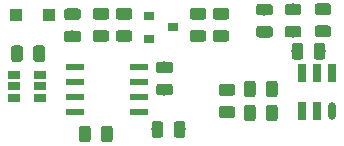
<source format=gbr>
G04 #@! TF.GenerationSoftware,KiCad,Pcbnew,5.0.2-bee76a0~70~ubuntu18.04.1*
G04 #@! TF.CreationDate,2020-03-17T18:57:39-04:00*
G04 #@! TF.ProjectId,ESP-AHT10-Extra,4553502d-4148-4543-9130-2d4578747261,1.4*
G04 #@! TF.SameCoordinates,PX7bfa480PY66c2270*
G04 #@! TF.FileFunction,Paste,Bot*
G04 #@! TF.FilePolarity,Positive*
%FSLAX46Y46*%
G04 Gerber Fmt 4.6, Leading zero omitted, Abs format (unit mm)*
G04 Created by KiCad (PCBNEW 5.0.2-bee76a0~70~ubuntu18.04.1) date Tue 17 Mar 2020 06:57:39 PM EDT*
%MOMM*%
%LPD*%
G01*
G04 APERTURE LIST*
%ADD10C,0.050000*%
%ADD11C,0.975000*%
%ADD12R,1.550000X0.600000*%
%ADD13O,0.650000X1.500000*%
%ADD14R,0.650000X1.500000*%
%ADD15R,1.060000X0.650000*%
%ADD16R,1.100000X1.100000*%
%ADD17R,0.900000X0.800000*%
G04 APERTURE END LIST*
D10*
G04 #@! TO.C,F1*
G36*
X15641142Y15636326D02*
X15664803Y15632816D01*
X15688007Y15627004D01*
X15710529Y15618946D01*
X15732153Y15608718D01*
X15752670Y15596421D01*
X15771883Y15582171D01*
X15789607Y15566107D01*
X15805671Y15548383D01*
X15819921Y15529170D01*
X15832218Y15508653D01*
X15842446Y15487029D01*
X15850504Y15464507D01*
X15856316Y15441303D01*
X15859826Y15417642D01*
X15861000Y15393750D01*
X15861000Y14906250D01*
X15859826Y14882358D01*
X15856316Y14858697D01*
X15850504Y14835493D01*
X15842446Y14812971D01*
X15832218Y14791347D01*
X15819921Y14770830D01*
X15805671Y14751617D01*
X15789607Y14733893D01*
X15771883Y14717829D01*
X15752670Y14703579D01*
X15732153Y14691282D01*
X15710529Y14681054D01*
X15688007Y14672996D01*
X15664803Y14667184D01*
X15641142Y14663674D01*
X15617250Y14662500D01*
X14704750Y14662500D01*
X14680858Y14663674D01*
X14657197Y14667184D01*
X14633993Y14672996D01*
X14611471Y14681054D01*
X14589847Y14691282D01*
X14569330Y14703579D01*
X14550117Y14717829D01*
X14532393Y14733893D01*
X14516329Y14751617D01*
X14502079Y14770830D01*
X14489782Y14791347D01*
X14479554Y14812971D01*
X14471496Y14835493D01*
X14465684Y14858697D01*
X14462174Y14882358D01*
X14461000Y14906250D01*
X14461000Y15393750D01*
X14462174Y15417642D01*
X14465684Y15441303D01*
X14471496Y15464507D01*
X14479554Y15487029D01*
X14489782Y15508653D01*
X14502079Y15529170D01*
X14516329Y15548383D01*
X14532393Y15566107D01*
X14550117Y15582171D01*
X14569330Y15596421D01*
X14589847Y15608718D01*
X14611471Y15618946D01*
X14633993Y15627004D01*
X14657197Y15632816D01*
X14680858Y15636326D01*
X14704750Y15637500D01*
X15617250Y15637500D01*
X15641142Y15636326D01*
X15641142Y15636326D01*
G37*
D11*
X15161000Y15150000D03*
D10*
G36*
X15641142Y13761326D02*
X15664803Y13757816D01*
X15688007Y13752004D01*
X15710529Y13743946D01*
X15732153Y13733718D01*
X15752670Y13721421D01*
X15771883Y13707171D01*
X15789607Y13691107D01*
X15805671Y13673383D01*
X15819921Y13654170D01*
X15832218Y13633653D01*
X15842446Y13612029D01*
X15850504Y13589507D01*
X15856316Y13566303D01*
X15859826Y13542642D01*
X15861000Y13518750D01*
X15861000Y13031250D01*
X15859826Y13007358D01*
X15856316Y12983697D01*
X15850504Y12960493D01*
X15842446Y12937971D01*
X15832218Y12916347D01*
X15819921Y12895830D01*
X15805671Y12876617D01*
X15789607Y12858893D01*
X15771883Y12842829D01*
X15752670Y12828579D01*
X15732153Y12816282D01*
X15710529Y12806054D01*
X15688007Y12797996D01*
X15664803Y12792184D01*
X15641142Y12788674D01*
X15617250Y12787500D01*
X14704750Y12787500D01*
X14680858Y12788674D01*
X14657197Y12792184D01*
X14633993Y12797996D01*
X14611471Y12806054D01*
X14589847Y12816282D01*
X14569330Y12828579D01*
X14550117Y12842829D01*
X14532393Y12858893D01*
X14516329Y12876617D01*
X14502079Y12895830D01*
X14489782Y12916347D01*
X14479554Y12937971D01*
X14471496Y12960493D01*
X14465684Y12983697D01*
X14462174Y13007358D01*
X14461000Y13031250D01*
X14461000Y13518750D01*
X14462174Y13542642D01*
X14465684Y13566303D01*
X14471496Y13589507D01*
X14479554Y13612029D01*
X14489782Y13633653D01*
X14502079Y13654170D01*
X14516329Y13673383D01*
X14532393Y13691107D01*
X14550117Y13707171D01*
X14569330Y13721421D01*
X14589847Y13733718D01*
X14611471Y13743946D01*
X14633993Y13752004D01*
X14657197Y13757816D01*
X14680858Y13761326D01*
X14704750Y13762500D01*
X15617250Y13762500D01*
X15641142Y13761326D01*
X15641142Y13761326D01*
G37*
D11*
X15161000Y13275000D03*
G04 #@! TD*
D12*
G04 #@! TO.C,U1*
X15359217Y6832626D03*
X15359217Y8102626D03*
X15359217Y9372626D03*
X15359217Y10642626D03*
X20759217Y10642626D03*
X20759217Y9372626D03*
X20759217Y8102626D03*
X20759217Y6832626D03*
G04 #@! TD*
D13*
G04 #@! TO.C,U4*
X37125703Y6941380D03*
D14*
X35855703Y6941380D03*
X34585703Y6941380D03*
X34585703Y10141380D03*
X35855703Y10141380D03*
X37125703Y10141380D03*
G04 #@! TD*
D15*
G04 #@! TO.C,U5*
X10250000Y8075000D03*
X10250000Y9025000D03*
X10250000Y9975000D03*
X12450000Y9975000D03*
X12450000Y8075000D03*
X12450000Y9025000D03*
G04 #@! TD*
D10*
G04 #@! TO.C,C1*
G36*
X26256142Y13790206D02*
X26279803Y13786696D01*
X26303007Y13780884D01*
X26325529Y13772826D01*
X26347153Y13762598D01*
X26367670Y13750301D01*
X26386883Y13736051D01*
X26404607Y13719987D01*
X26420671Y13702263D01*
X26434921Y13683050D01*
X26447218Y13662533D01*
X26457446Y13640909D01*
X26465504Y13618387D01*
X26471316Y13595183D01*
X26474826Y13571522D01*
X26476000Y13547630D01*
X26476000Y13060130D01*
X26474826Y13036238D01*
X26471316Y13012577D01*
X26465504Y12989373D01*
X26457446Y12966851D01*
X26447218Y12945227D01*
X26434921Y12924710D01*
X26420671Y12905497D01*
X26404607Y12887773D01*
X26386883Y12871709D01*
X26367670Y12857459D01*
X26347153Y12845162D01*
X26325529Y12834934D01*
X26303007Y12826876D01*
X26279803Y12821064D01*
X26256142Y12817554D01*
X26232250Y12816380D01*
X25319750Y12816380D01*
X25295858Y12817554D01*
X25272197Y12821064D01*
X25248993Y12826876D01*
X25226471Y12834934D01*
X25204847Y12845162D01*
X25184330Y12857459D01*
X25165117Y12871709D01*
X25147393Y12887773D01*
X25131329Y12905497D01*
X25117079Y12924710D01*
X25104782Y12945227D01*
X25094554Y12966851D01*
X25086496Y12989373D01*
X25080684Y13012577D01*
X25077174Y13036238D01*
X25076000Y13060130D01*
X25076000Y13547630D01*
X25077174Y13571522D01*
X25080684Y13595183D01*
X25086496Y13618387D01*
X25094554Y13640909D01*
X25104782Y13662533D01*
X25117079Y13683050D01*
X25131329Y13702263D01*
X25147393Y13719987D01*
X25165117Y13736051D01*
X25184330Y13750301D01*
X25204847Y13762598D01*
X25226471Y13772826D01*
X25248993Y13780884D01*
X25272197Y13786696D01*
X25295858Y13790206D01*
X25319750Y13791380D01*
X26232250Y13791380D01*
X26256142Y13790206D01*
X26256142Y13790206D01*
G37*
D11*
X25776000Y13303880D03*
D10*
G36*
X26256142Y15665206D02*
X26279803Y15661696D01*
X26303007Y15655884D01*
X26325529Y15647826D01*
X26347153Y15637598D01*
X26367670Y15625301D01*
X26386883Y15611051D01*
X26404607Y15594987D01*
X26420671Y15577263D01*
X26434921Y15558050D01*
X26447218Y15537533D01*
X26457446Y15515909D01*
X26465504Y15493387D01*
X26471316Y15470183D01*
X26474826Y15446522D01*
X26476000Y15422630D01*
X26476000Y14935130D01*
X26474826Y14911238D01*
X26471316Y14887577D01*
X26465504Y14864373D01*
X26457446Y14841851D01*
X26447218Y14820227D01*
X26434921Y14799710D01*
X26420671Y14780497D01*
X26404607Y14762773D01*
X26386883Y14746709D01*
X26367670Y14732459D01*
X26347153Y14720162D01*
X26325529Y14709934D01*
X26303007Y14701876D01*
X26279803Y14696064D01*
X26256142Y14692554D01*
X26232250Y14691380D01*
X25319750Y14691380D01*
X25295858Y14692554D01*
X25272197Y14696064D01*
X25248993Y14701876D01*
X25226471Y14709934D01*
X25204847Y14720162D01*
X25184330Y14732459D01*
X25165117Y14746709D01*
X25147393Y14762773D01*
X25131329Y14780497D01*
X25117079Y14799710D01*
X25104782Y14820227D01*
X25094554Y14841851D01*
X25086496Y14864373D01*
X25080684Y14887577D01*
X25077174Y14911238D01*
X25076000Y14935130D01*
X25076000Y15422630D01*
X25077174Y15446522D01*
X25080684Y15470183D01*
X25086496Y15493387D01*
X25094554Y15515909D01*
X25104782Y15537533D01*
X25117079Y15558050D01*
X25131329Y15577263D01*
X25147393Y15594987D01*
X25165117Y15611051D01*
X25184330Y15625301D01*
X25204847Y15637598D01*
X25226471Y15647826D01*
X25248993Y15655884D01*
X25272197Y15661696D01*
X25295858Y15665206D01*
X25319750Y15666380D01*
X26232250Y15666380D01*
X26256142Y15665206D01*
X26256142Y15665206D01*
G37*
D11*
X25776000Y15178880D03*
G04 #@! TD*
D10*
G04 #@! TO.C,C2*
G36*
X20005142Y15665206D02*
X20028803Y15661696D01*
X20052007Y15655884D01*
X20074529Y15647826D01*
X20096153Y15637598D01*
X20116670Y15625301D01*
X20135883Y15611051D01*
X20153607Y15594987D01*
X20169671Y15577263D01*
X20183921Y15558050D01*
X20196218Y15537533D01*
X20206446Y15515909D01*
X20214504Y15493387D01*
X20220316Y15470183D01*
X20223826Y15446522D01*
X20225000Y15422630D01*
X20225000Y14935130D01*
X20223826Y14911238D01*
X20220316Y14887577D01*
X20214504Y14864373D01*
X20206446Y14841851D01*
X20196218Y14820227D01*
X20183921Y14799710D01*
X20169671Y14780497D01*
X20153607Y14762773D01*
X20135883Y14746709D01*
X20116670Y14732459D01*
X20096153Y14720162D01*
X20074529Y14709934D01*
X20052007Y14701876D01*
X20028803Y14696064D01*
X20005142Y14692554D01*
X19981250Y14691380D01*
X19068750Y14691380D01*
X19044858Y14692554D01*
X19021197Y14696064D01*
X18997993Y14701876D01*
X18975471Y14709934D01*
X18953847Y14720162D01*
X18933330Y14732459D01*
X18914117Y14746709D01*
X18896393Y14762773D01*
X18880329Y14780497D01*
X18866079Y14799710D01*
X18853782Y14820227D01*
X18843554Y14841851D01*
X18835496Y14864373D01*
X18829684Y14887577D01*
X18826174Y14911238D01*
X18825000Y14935130D01*
X18825000Y15422630D01*
X18826174Y15446522D01*
X18829684Y15470183D01*
X18835496Y15493387D01*
X18843554Y15515909D01*
X18853782Y15537533D01*
X18866079Y15558050D01*
X18880329Y15577263D01*
X18896393Y15594987D01*
X18914117Y15611051D01*
X18933330Y15625301D01*
X18953847Y15637598D01*
X18975471Y15647826D01*
X18997993Y15655884D01*
X19021197Y15661696D01*
X19044858Y15665206D01*
X19068750Y15666380D01*
X19981250Y15666380D01*
X20005142Y15665206D01*
X20005142Y15665206D01*
G37*
D11*
X19525000Y15178880D03*
D10*
G36*
X20005142Y13790206D02*
X20028803Y13786696D01*
X20052007Y13780884D01*
X20074529Y13772826D01*
X20096153Y13762598D01*
X20116670Y13750301D01*
X20135883Y13736051D01*
X20153607Y13719987D01*
X20169671Y13702263D01*
X20183921Y13683050D01*
X20196218Y13662533D01*
X20206446Y13640909D01*
X20214504Y13618387D01*
X20220316Y13595183D01*
X20223826Y13571522D01*
X20225000Y13547630D01*
X20225000Y13060130D01*
X20223826Y13036238D01*
X20220316Y13012577D01*
X20214504Y12989373D01*
X20206446Y12966851D01*
X20196218Y12945227D01*
X20183921Y12924710D01*
X20169671Y12905497D01*
X20153607Y12887773D01*
X20135883Y12871709D01*
X20116670Y12857459D01*
X20096153Y12845162D01*
X20074529Y12834934D01*
X20052007Y12826876D01*
X20028803Y12821064D01*
X20005142Y12817554D01*
X19981250Y12816380D01*
X19068750Y12816380D01*
X19044858Y12817554D01*
X19021197Y12821064D01*
X18997993Y12826876D01*
X18975471Y12834934D01*
X18953847Y12845162D01*
X18933330Y12857459D01*
X18914117Y12871709D01*
X18896393Y12887773D01*
X18880329Y12905497D01*
X18866079Y12924710D01*
X18853782Y12945227D01*
X18843554Y12966851D01*
X18835496Y12989373D01*
X18829684Y13012577D01*
X18826174Y13036238D01*
X18825000Y13060130D01*
X18825000Y13547630D01*
X18826174Y13571522D01*
X18829684Y13595183D01*
X18835496Y13618387D01*
X18843554Y13640909D01*
X18853782Y13662533D01*
X18866079Y13683050D01*
X18880329Y13702263D01*
X18896393Y13719987D01*
X18914117Y13736051D01*
X18933330Y13750301D01*
X18953847Y13762598D01*
X18975471Y13772826D01*
X18997993Y13780884D01*
X19021197Y13786696D01*
X19044858Y13790206D01*
X19068750Y13791380D01*
X19981250Y13791380D01*
X20005142Y13790206D01*
X20005142Y13790206D01*
G37*
D11*
X19525000Y13303880D03*
G04 #@! TD*
D10*
G04 #@! TO.C,C3*
G36*
X18055142Y13790206D02*
X18078803Y13786696D01*
X18102007Y13780884D01*
X18124529Y13772826D01*
X18146153Y13762598D01*
X18166670Y13750301D01*
X18185883Y13736051D01*
X18203607Y13719987D01*
X18219671Y13702263D01*
X18233921Y13683050D01*
X18246218Y13662533D01*
X18256446Y13640909D01*
X18264504Y13618387D01*
X18270316Y13595183D01*
X18273826Y13571522D01*
X18275000Y13547630D01*
X18275000Y13060130D01*
X18273826Y13036238D01*
X18270316Y13012577D01*
X18264504Y12989373D01*
X18256446Y12966851D01*
X18246218Y12945227D01*
X18233921Y12924710D01*
X18219671Y12905497D01*
X18203607Y12887773D01*
X18185883Y12871709D01*
X18166670Y12857459D01*
X18146153Y12845162D01*
X18124529Y12834934D01*
X18102007Y12826876D01*
X18078803Y12821064D01*
X18055142Y12817554D01*
X18031250Y12816380D01*
X17118750Y12816380D01*
X17094858Y12817554D01*
X17071197Y12821064D01*
X17047993Y12826876D01*
X17025471Y12834934D01*
X17003847Y12845162D01*
X16983330Y12857459D01*
X16964117Y12871709D01*
X16946393Y12887773D01*
X16930329Y12905497D01*
X16916079Y12924710D01*
X16903782Y12945227D01*
X16893554Y12966851D01*
X16885496Y12989373D01*
X16879684Y13012577D01*
X16876174Y13036238D01*
X16875000Y13060130D01*
X16875000Y13547630D01*
X16876174Y13571522D01*
X16879684Y13595183D01*
X16885496Y13618387D01*
X16893554Y13640909D01*
X16903782Y13662533D01*
X16916079Y13683050D01*
X16930329Y13702263D01*
X16946393Y13719987D01*
X16964117Y13736051D01*
X16983330Y13750301D01*
X17003847Y13762598D01*
X17025471Y13772826D01*
X17047993Y13780884D01*
X17071197Y13786696D01*
X17094858Y13790206D01*
X17118750Y13791380D01*
X18031250Y13791380D01*
X18055142Y13790206D01*
X18055142Y13790206D01*
G37*
D11*
X17575000Y13303880D03*
D10*
G36*
X18055142Y15665206D02*
X18078803Y15661696D01*
X18102007Y15655884D01*
X18124529Y15647826D01*
X18146153Y15637598D01*
X18166670Y15625301D01*
X18185883Y15611051D01*
X18203607Y15594987D01*
X18219671Y15577263D01*
X18233921Y15558050D01*
X18246218Y15537533D01*
X18256446Y15515909D01*
X18264504Y15493387D01*
X18270316Y15470183D01*
X18273826Y15446522D01*
X18275000Y15422630D01*
X18275000Y14935130D01*
X18273826Y14911238D01*
X18270316Y14887577D01*
X18264504Y14864373D01*
X18256446Y14841851D01*
X18246218Y14820227D01*
X18233921Y14799710D01*
X18219671Y14780497D01*
X18203607Y14762773D01*
X18185883Y14746709D01*
X18166670Y14732459D01*
X18146153Y14720162D01*
X18124529Y14709934D01*
X18102007Y14701876D01*
X18078803Y14696064D01*
X18055142Y14692554D01*
X18031250Y14691380D01*
X17118750Y14691380D01*
X17094858Y14692554D01*
X17071197Y14696064D01*
X17047993Y14701876D01*
X17025471Y14709934D01*
X17003847Y14720162D01*
X16983330Y14732459D01*
X16964117Y14746709D01*
X16946393Y14762773D01*
X16930329Y14780497D01*
X16916079Y14799710D01*
X16903782Y14820227D01*
X16893554Y14841851D01*
X16885496Y14864373D01*
X16879684Y14887577D01*
X16876174Y14911238D01*
X16875000Y14935130D01*
X16875000Y15422630D01*
X16876174Y15446522D01*
X16879684Y15470183D01*
X16885496Y15493387D01*
X16893554Y15515909D01*
X16903782Y15537533D01*
X16916079Y15558050D01*
X16930329Y15577263D01*
X16946393Y15594987D01*
X16964117Y15611051D01*
X16983330Y15625301D01*
X17003847Y15637598D01*
X17025471Y15647826D01*
X17047993Y15655884D01*
X17071197Y15661696D01*
X17094858Y15665206D01*
X17118750Y15666380D01*
X18031250Y15666380D01*
X18055142Y15665206D01*
X18055142Y15665206D01*
G37*
D11*
X17575000Y15178880D03*
G04 #@! TD*
D10*
G04 #@! TO.C,C4*
G36*
X28206142Y13790206D02*
X28229803Y13786696D01*
X28253007Y13780884D01*
X28275529Y13772826D01*
X28297153Y13762598D01*
X28317670Y13750301D01*
X28336883Y13736051D01*
X28354607Y13719987D01*
X28370671Y13702263D01*
X28384921Y13683050D01*
X28397218Y13662533D01*
X28407446Y13640909D01*
X28415504Y13618387D01*
X28421316Y13595183D01*
X28424826Y13571522D01*
X28426000Y13547630D01*
X28426000Y13060130D01*
X28424826Y13036238D01*
X28421316Y13012577D01*
X28415504Y12989373D01*
X28407446Y12966851D01*
X28397218Y12945227D01*
X28384921Y12924710D01*
X28370671Y12905497D01*
X28354607Y12887773D01*
X28336883Y12871709D01*
X28317670Y12857459D01*
X28297153Y12845162D01*
X28275529Y12834934D01*
X28253007Y12826876D01*
X28229803Y12821064D01*
X28206142Y12817554D01*
X28182250Y12816380D01*
X27269750Y12816380D01*
X27245858Y12817554D01*
X27222197Y12821064D01*
X27198993Y12826876D01*
X27176471Y12834934D01*
X27154847Y12845162D01*
X27134330Y12857459D01*
X27115117Y12871709D01*
X27097393Y12887773D01*
X27081329Y12905497D01*
X27067079Y12924710D01*
X27054782Y12945227D01*
X27044554Y12966851D01*
X27036496Y12989373D01*
X27030684Y13012577D01*
X27027174Y13036238D01*
X27026000Y13060130D01*
X27026000Y13547630D01*
X27027174Y13571522D01*
X27030684Y13595183D01*
X27036496Y13618387D01*
X27044554Y13640909D01*
X27054782Y13662533D01*
X27067079Y13683050D01*
X27081329Y13702263D01*
X27097393Y13719987D01*
X27115117Y13736051D01*
X27134330Y13750301D01*
X27154847Y13762598D01*
X27176471Y13772826D01*
X27198993Y13780884D01*
X27222197Y13786696D01*
X27245858Y13790206D01*
X27269750Y13791380D01*
X28182250Y13791380D01*
X28206142Y13790206D01*
X28206142Y13790206D01*
G37*
D11*
X27726000Y13303880D03*
D10*
G36*
X28206142Y15665206D02*
X28229803Y15661696D01*
X28253007Y15655884D01*
X28275529Y15647826D01*
X28297153Y15637598D01*
X28317670Y15625301D01*
X28336883Y15611051D01*
X28354607Y15594987D01*
X28370671Y15577263D01*
X28384921Y15558050D01*
X28397218Y15537533D01*
X28407446Y15515909D01*
X28415504Y15493387D01*
X28421316Y15470183D01*
X28424826Y15446522D01*
X28426000Y15422630D01*
X28426000Y14935130D01*
X28424826Y14911238D01*
X28421316Y14887577D01*
X28415504Y14864373D01*
X28407446Y14841851D01*
X28397218Y14820227D01*
X28384921Y14799710D01*
X28370671Y14780497D01*
X28354607Y14762773D01*
X28336883Y14746709D01*
X28317670Y14732459D01*
X28297153Y14720162D01*
X28275529Y14709934D01*
X28253007Y14701876D01*
X28229803Y14696064D01*
X28206142Y14692554D01*
X28182250Y14691380D01*
X27269750Y14691380D01*
X27245858Y14692554D01*
X27222197Y14696064D01*
X27198993Y14701876D01*
X27176471Y14709934D01*
X27154847Y14720162D01*
X27134330Y14732459D01*
X27115117Y14746709D01*
X27097393Y14762773D01*
X27081329Y14780497D01*
X27067079Y14799710D01*
X27054782Y14820227D01*
X27044554Y14841851D01*
X27036496Y14864373D01*
X27030684Y14887577D01*
X27027174Y14911238D01*
X27026000Y14935130D01*
X27026000Y15422630D01*
X27027174Y15446522D01*
X27030684Y15470183D01*
X27036496Y15493387D01*
X27044554Y15515909D01*
X27054782Y15537533D01*
X27067079Y15558050D01*
X27081329Y15577263D01*
X27097393Y15594987D01*
X27115117Y15611051D01*
X27134330Y15625301D01*
X27154847Y15637598D01*
X27176471Y15647826D01*
X27198993Y15655884D01*
X27222197Y15661696D01*
X27245858Y15665206D01*
X27269750Y15666380D01*
X28182250Y15666380D01*
X28206142Y15665206D01*
X28206142Y15665206D01*
G37*
D11*
X27726000Y15178880D03*
G04 #@! TD*
D10*
G04 #@! TO.C,C5*
G36*
X34478642Y12698826D02*
X34502303Y12695316D01*
X34525507Y12689504D01*
X34548029Y12681446D01*
X34569653Y12671218D01*
X34590170Y12658921D01*
X34609383Y12644671D01*
X34627107Y12628607D01*
X34643171Y12610883D01*
X34657421Y12591670D01*
X34669718Y12571153D01*
X34679946Y12549529D01*
X34688004Y12527007D01*
X34693816Y12503803D01*
X34697326Y12480142D01*
X34698500Y12456250D01*
X34698500Y11543750D01*
X34697326Y11519858D01*
X34693816Y11496197D01*
X34688004Y11472993D01*
X34679946Y11450471D01*
X34669718Y11428847D01*
X34657421Y11408330D01*
X34643171Y11389117D01*
X34627107Y11371393D01*
X34609383Y11355329D01*
X34590170Y11341079D01*
X34569653Y11328782D01*
X34548029Y11318554D01*
X34525507Y11310496D01*
X34502303Y11304684D01*
X34478642Y11301174D01*
X34454750Y11300000D01*
X33967250Y11300000D01*
X33943358Y11301174D01*
X33919697Y11304684D01*
X33896493Y11310496D01*
X33873971Y11318554D01*
X33852347Y11328782D01*
X33831830Y11341079D01*
X33812617Y11355329D01*
X33794893Y11371393D01*
X33778829Y11389117D01*
X33764579Y11408330D01*
X33752282Y11428847D01*
X33742054Y11450471D01*
X33733996Y11472993D01*
X33728184Y11496197D01*
X33724674Y11519858D01*
X33723500Y11543750D01*
X33723500Y12456250D01*
X33724674Y12480142D01*
X33728184Y12503803D01*
X33733996Y12527007D01*
X33742054Y12549529D01*
X33752282Y12571153D01*
X33764579Y12591670D01*
X33778829Y12610883D01*
X33794893Y12628607D01*
X33812617Y12644671D01*
X33831830Y12658921D01*
X33852347Y12671218D01*
X33873971Y12681446D01*
X33896493Y12689504D01*
X33919697Y12695316D01*
X33943358Y12698826D01*
X33967250Y12700000D01*
X34454750Y12700000D01*
X34478642Y12698826D01*
X34478642Y12698826D01*
G37*
D11*
X34211000Y12000000D03*
D10*
G36*
X36353642Y12698826D02*
X36377303Y12695316D01*
X36400507Y12689504D01*
X36423029Y12681446D01*
X36444653Y12671218D01*
X36465170Y12658921D01*
X36484383Y12644671D01*
X36502107Y12628607D01*
X36518171Y12610883D01*
X36532421Y12591670D01*
X36544718Y12571153D01*
X36554946Y12549529D01*
X36563004Y12527007D01*
X36568816Y12503803D01*
X36572326Y12480142D01*
X36573500Y12456250D01*
X36573500Y11543750D01*
X36572326Y11519858D01*
X36568816Y11496197D01*
X36563004Y11472993D01*
X36554946Y11450471D01*
X36544718Y11428847D01*
X36532421Y11408330D01*
X36518171Y11389117D01*
X36502107Y11371393D01*
X36484383Y11355329D01*
X36465170Y11341079D01*
X36444653Y11328782D01*
X36423029Y11318554D01*
X36400507Y11310496D01*
X36377303Y11304684D01*
X36353642Y11301174D01*
X36329750Y11300000D01*
X35842250Y11300000D01*
X35818358Y11301174D01*
X35794697Y11304684D01*
X35771493Y11310496D01*
X35748971Y11318554D01*
X35727347Y11328782D01*
X35706830Y11341079D01*
X35687617Y11355329D01*
X35669893Y11371393D01*
X35653829Y11389117D01*
X35639579Y11408330D01*
X35627282Y11428847D01*
X35617054Y11450471D01*
X35608996Y11472993D01*
X35603184Y11496197D01*
X35599674Y11519858D01*
X35598500Y11543750D01*
X35598500Y12456250D01*
X35599674Y12480142D01*
X35603184Y12503803D01*
X35608996Y12527007D01*
X35617054Y12549529D01*
X35627282Y12571153D01*
X35639579Y12591670D01*
X35653829Y12610883D01*
X35669893Y12628607D01*
X35687617Y12644671D01*
X35706830Y12658921D01*
X35727347Y12671218D01*
X35748971Y12681446D01*
X35771493Y12689504D01*
X35794697Y12695316D01*
X35818358Y12698826D01*
X35842250Y12700000D01*
X36329750Y12700000D01*
X36353642Y12698826D01*
X36353642Y12698826D01*
G37*
D11*
X36086000Y12000000D03*
G04 #@! TD*
D10*
G04 #@! TO.C,C6*
G36*
X18349642Y5705826D02*
X18373303Y5702316D01*
X18396507Y5696504D01*
X18419029Y5688446D01*
X18440653Y5678218D01*
X18461170Y5665921D01*
X18480383Y5651671D01*
X18498107Y5635607D01*
X18514171Y5617883D01*
X18528421Y5598670D01*
X18540718Y5578153D01*
X18550946Y5556529D01*
X18559004Y5534007D01*
X18564816Y5510803D01*
X18568326Y5487142D01*
X18569500Y5463250D01*
X18569500Y4550750D01*
X18568326Y4526858D01*
X18564816Y4503197D01*
X18559004Y4479993D01*
X18550946Y4457471D01*
X18540718Y4435847D01*
X18528421Y4415330D01*
X18514171Y4396117D01*
X18498107Y4378393D01*
X18480383Y4362329D01*
X18461170Y4348079D01*
X18440653Y4335782D01*
X18419029Y4325554D01*
X18396507Y4317496D01*
X18373303Y4311684D01*
X18349642Y4308174D01*
X18325750Y4307000D01*
X17838250Y4307000D01*
X17814358Y4308174D01*
X17790697Y4311684D01*
X17767493Y4317496D01*
X17744971Y4325554D01*
X17723347Y4335782D01*
X17702830Y4348079D01*
X17683617Y4362329D01*
X17665893Y4378393D01*
X17649829Y4396117D01*
X17635579Y4415330D01*
X17623282Y4435847D01*
X17613054Y4457471D01*
X17604996Y4479993D01*
X17599184Y4503197D01*
X17595674Y4526858D01*
X17594500Y4550750D01*
X17594500Y5463250D01*
X17595674Y5487142D01*
X17599184Y5510803D01*
X17604996Y5534007D01*
X17613054Y5556529D01*
X17623282Y5578153D01*
X17635579Y5598670D01*
X17649829Y5617883D01*
X17665893Y5635607D01*
X17683617Y5651671D01*
X17702830Y5665921D01*
X17723347Y5678218D01*
X17744971Y5688446D01*
X17767493Y5696504D01*
X17790697Y5702316D01*
X17814358Y5705826D01*
X17838250Y5707000D01*
X18325750Y5707000D01*
X18349642Y5705826D01*
X18349642Y5705826D01*
G37*
D11*
X18082000Y5007000D03*
D10*
G36*
X16474642Y5705826D02*
X16498303Y5702316D01*
X16521507Y5696504D01*
X16544029Y5688446D01*
X16565653Y5678218D01*
X16586170Y5665921D01*
X16605383Y5651671D01*
X16623107Y5635607D01*
X16639171Y5617883D01*
X16653421Y5598670D01*
X16665718Y5578153D01*
X16675946Y5556529D01*
X16684004Y5534007D01*
X16689816Y5510803D01*
X16693326Y5487142D01*
X16694500Y5463250D01*
X16694500Y4550750D01*
X16693326Y4526858D01*
X16689816Y4503197D01*
X16684004Y4479993D01*
X16675946Y4457471D01*
X16665718Y4435847D01*
X16653421Y4415330D01*
X16639171Y4396117D01*
X16623107Y4378393D01*
X16605383Y4362329D01*
X16586170Y4348079D01*
X16565653Y4335782D01*
X16544029Y4325554D01*
X16521507Y4317496D01*
X16498303Y4311684D01*
X16474642Y4308174D01*
X16450750Y4307000D01*
X15963250Y4307000D01*
X15939358Y4308174D01*
X15915697Y4311684D01*
X15892493Y4317496D01*
X15869971Y4325554D01*
X15848347Y4335782D01*
X15827830Y4348079D01*
X15808617Y4362329D01*
X15790893Y4378393D01*
X15774829Y4396117D01*
X15760579Y4415330D01*
X15748282Y4435847D01*
X15738054Y4457471D01*
X15729996Y4479993D01*
X15724184Y4503197D01*
X15720674Y4526858D01*
X15719500Y4550750D01*
X15719500Y5463250D01*
X15720674Y5487142D01*
X15724184Y5510803D01*
X15729996Y5534007D01*
X15738054Y5556529D01*
X15748282Y5578153D01*
X15760579Y5598670D01*
X15774829Y5617883D01*
X15790893Y5635607D01*
X15808617Y5651671D01*
X15827830Y5665921D01*
X15848347Y5678218D01*
X15869971Y5688446D01*
X15892493Y5696504D01*
X15915697Y5702316D01*
X15939358Y5705826D01*
X15963250Y5707000D01*
X16450750Y5707000D01*
X16474642Y5705826D01*
X16474642Y5705826D01*
G37*
D11*
X16207000Y5007000D03*
G04 #@! TD*
D10*
G04 #@! TO.C,C7*
G36*
X10730142Y12498826D02*
X10753803Y12495316D01*
X10777007Y12489504D01*
X10799529Y12481446D01*
X10821153Y12471218D01*
X10841670Y12458921D01*
X10860883Y12444671D01*
X10878607Y12428607D01*
X10894671Y12410883D01*
X10908921Y12391670D01*
X10921218Y12371153D01*
X10931446Y12349529D01*
X10939504Y12327007D01*
X10945316Y12303803D01*
X10948826Y12280142D01*
X10950000Y12256250D01*
X10950000Y11343750D01*
X10948826Y11319858D01*
X10945316Y11296197D01*
X10939504Y11272993D01*
X10931446Y11250471D01*
X10921218Y11228847D01*
X10908921Y11208330D01*
X10894671Y11189117D01*
X10878607Y11171393D01*
X10860883Y11155329D01*
X10841670Y11141079D01*
X10821153Y11128782D01*
X10799529Y11118554D01*
X10777007Y11110496D01*
X10753803Y11104684D01*
X10730142Y11101174D01*
X10706250Y11100000D01*
X10218750Y11100000D01*
X10194858Y11101174D01*
X10171197Y11104684D01*
X10147993Y11110496D01*
X10125471Y11118554D01*
X10103847Y11128782D01*
X10083330Y11141079D01*
X10064117Y11155329D01*
X10046393Y11171393D01*
X10030329Y11189117D01*
X10016079Y11208330D01*
X10003782Y11228847D01*
X9993554Y11250471D01*
X9985496Y11272993D01*
X9979684Y11296197D01*
X9976174Y11319858D01*
X9975000Y11343750D01*
X9975000Y12256250D01*
X9976174Y12280142D01*
X9979684Y12303803D01*
X9985496Y12327007D01*
X9993554Y12349529D01*
X10003782Y12371153D01*
X10016079Y12391670D01*
X10030329Y12410883D01*
X10046393Y12428607D01*
X10064117Y12444671D01*
X10083330Y12458921D01*
X10103847Y12471218D01*
X10125471Y12481446D01*
X10147993Y12489504D01*
X10171197Y12495316D01*
X10194858Y12498826D01*
X10218750Y12500000D01*
X10706250Y12500000D01*
X10730142Y12498826D01*
X10730142Y12498826D01*
G37*
D11*
X10462500Y11800000D03*
D10*
G36*
X12605142Y12498826D02*
X12628803Y12495316D01*
X12652007Y12489504D01*
X12674529Y12481446D01*
X12696153Y12471218D01*
X12716670Y12458921D01*
X12735883Y12444671D01*
X12753607Y12428607D01*
X12769671Y12410883D01*
X12783921Y12391670D01*
X12796218Y12371153D01*
X12806446Y12349529D01*
X12814504Y12327007D01*
X12820316Y12303803D01*
X12823826Y12280142D01*
X12825000Y12256250D01*
X12825000Y11343750D01*
X12823826Y11319858D01*
X12820316Y11296197D01*
X12814504Y11272993D01*
X12806446Y11250471D01*
X12796218Y11228847D01*
X12783921Y11208330D01*
X12769671Y11189117D01*
X12753607Y11171393D01*
X12735883Y11155329D01*
X12716670Y11141079D01*
X12696153Y11128782D01*
X12674529Y11118554D01*
X12652007Y11110496D01*
X12628803Y11104684D01*
X12605142Y11101174D01*
X12581250Y11100000D01*
X12093750Y11100000D01*
X12069858Y11101174D01*
X12046197Y11104684D01*
X12022993Y11110496D01*
X12000471Y11118554D01*
X11978847Y11128782D01*
X11958330Y11141079D01*
X11939117Y11155329D01*
X11921393Y11171393D01*
X11905329Y11189117D01*
X11891079Y11208330D01*
X11878782Y11228847D01*
X11868554Y11250471D01*
X11860496Y11272993D01*
X11854684Y11296197D01*
X11851174Y11319858D01*
X11850000Y11343750D01*
X11850000Y12256250D01*
X11851174Y12280142D01*
X11854684Y12303803D01*
X11860496Y12327007D01*
X11868554Y12349529D01*
X11878782Y12371153D01*
X11891079Y12391670D01*
X11905329Y12410883D01*
X11921393Y12428607D01*
X11939117Y12444671D01*
X11958330Y12458921D01*
X11978847Y12471218D01*
X12000471Y12481446D01*
X12022993Y12489504D01*
X12046197Y12495316D01*
X12069858Y12498826D01*
X12093750Y12500000D01*
X12581250Y12500000D01*
X12605142Y12498826D01*
X12605142Y12498826D01*
G37*
D11*
X12337500Y11800000D03*
G04 #@! TD*
D16*
G04 #@! TO.C,D1*
X13200000Y15075000D03*
X10400000Y15075000D03*
G04 #@! TD*
D10*
G04 #@! TO.C,R1*
G36*
X34310142Y14159326D02*
X34333803Y14155816D01*
X34357007Y14150004D01*
X34379529Y14141946D01*
X34401153Y14131718D01*
X34421670Y14119421D01*
X34440883Y14105171D01*
X34458607Y14089107D01*
X34474671Y14071383D01*
X34488921Y14052170D01*
X34501218Y14031653D01*
X34511446Y14010029D01*
X34519504Y13987507D01*
X34525316Y13964303D01*
X34528826Y13940642D01*
X34530000Y13916750D01*
X34530000Y13429250D01*
X34528826Y13405358D01*
X34525316Y13381697D01*
X34519504Y13358493D01*
X34511446Y13335971D01*
X34501218Y13314347D01*
X34488921Y13293830D01*
X34474671Y13274617D01*
X34458607Y13256893D01*
X34440883Y13240829D01*
X34421670Y13226579D01*
X34401153Y13214282D01*
X34379529Y13204054D01*
X34357007Y13195996D01*
X34333803Y13190184D01*
X34310142Y13186674D01*
X34286250Y13185500D01*
X33373750Y13185500D01*
X33349858Y13186674D01*
X33326197Y13190184D01*
X33302993Y13195996D01*
X33280471Y13204054D01*
X33258847Y13214282D01*
X33238330Y13226579D01*
X33219117Y13240829D01*
X33201393Y13256893D01*
X33185329Y13274617D01*
X33171079Y13293830D01*
X33158782Y13314347D01*
X33148554Y13335971D01*
X33140496Y13358493D01*
X33134684Y13381697D01*
X33131174Y13405358D01*
X33130000Y13429250D01*
X33130000Y13916750D01*
X33131174Y13940642D01*
X33134684Y13964303D01*
X33140496Y13987507D01*
X33148554Y14010029D01*
X33158782Y14031653D01*
X33171079Y14052170D01*
X33185329Y14071383D01*
X33201393Y14089107D01*
X33219117Y14105171D01*
X33238330Y14119421D01*
X33258847Y14131718D01*
X33280471Y14141946D01*
X33302993Y14150004D01*
X33326197Y14155816D01*
X33349858Y14159326D01*
X33373750Y14160500D01*
X34286250Y14160500D01*
X34310142Y14159326D01*
X34310142Y14159326D01*
G37*
D11*
X33830000Y13673000D03*
D10*
G36*
X34310142Y16034326D02*
X34333803Y16030816D01*
X34357007Y16025004D01*
X34379529Y16016946D01*
X34401153Y16006718D01*
X34421670Y15994421D01*
X34440883Y15980171D01*
X34458607Y15964107D01*
X34474671Y15946383D01*
X34488921Y15927170D01*
X34501218Y15906653D01*
X34511446Y15885029D01*
X34519504Y15862507D01*
X34525316Y15839303D01*
X34528826Y15815642D01*
X34530000Y15791750D01*
X34530000Y15304250D01*
X34528826Y15280358D01*
X34525316Y15256697D01*
X34519504Y15233493D01*
X34511446Y15210971D01*
X34501218Y15189347D01*
X34488921Y15168830D01*
X34474671Y15149617D01*
X34458607Y15131893D01*
X34440883Y15115829D01*
X34421670Y15101579D01*
X34401153Y15089282D01*
X34379529Y15079054D01*
X34357007Y15070996D01*
X34333803Y15065184D01*
X34310142Y15061674D01*
X34286250Y15060500D01*
X33373750Y15060500D01*
X33349858Y15061674D01*
X33326197Y15065184D01*
X33302993Y15070996D01*
X33280471Y15079054D01*
X33258847Y15089282D01*
X33238330Y15101579D01*
X33219117Y15115829D01*
X33201393Y15131893D01*
X33185329Y15149617D01*
X33171079Y15168830D01*
X33158782Y15189347D01*
X33148554Y15210971D01*
X33140496Y15233493D01*
X33134684Y15256697D01*
X33131174Y15280358D01*
X33130000Y15304250D01*
X33130000Y15791750D01*
X33131174Y15815642D01*
X33134684Y15839303D01*
X33140496Y15862507D01*
X33148554Y15885029D01*
X33158782Y15906653D01*
X33171079Y15927170D01*
X33185329Y15946383D01*
X33201393Y15964107D01*
X33219117Y15980171D01*
X33238330Y15994421D01*
X33258847Y16006718D01*
X33280471Y16016946D01*
X33302993Y16025004D01*
X33326197Y16030816D01*
X33349858Y16034326D01*
X33373750Y16035500D01*
X34286250Y16035500D01*
X34310142Y16034326D01*
X34310142Y16034326D01*
G37*
D11*
X33830000Y15548000D03*
G04 #@! TD*
D10*
G04 #@! TO.C,R2*
G36*
X31897142Y14144326D02*
X31920803Y14140816D01*
X31944007Y14135004D01*
X31966529Y14126946D01*
X31988153Y14116718D01*
X32008670Y14104421D01*
X32027883Y14090171D01*
X32045607Y14074107D01*
X32061671Y14056383D01*
X32075921Y14037170D01*
X32088218Y14016653D01*
X32098446Y13995029D01*
X32106504Y13972507D01*
X32112316Y13949303D01*
X32115826Y13925642D01*
X32117000Y13901750D01*
X32117000Y13414250D01*
X32115826Y13390358D01*
X32112316Y13366697D01*
X32106504Y13343493D01*
X32098446Y13320971D01*
X32088218Y13299347D01*
X32075921Y13278830D01*
X32061671Y13259617D01*
X32045607Y13241893D01*
X32027883Y13225829D01*
X32008670Y13211579D01*
X31988153Y13199282D01*
X31966529Y13189054D01*
X31944007Y13180996D01*
X31920803Y13175184D01*
X31897142Y13171674D01*
X31873250Y13170500D01*
X30960750Y13170500D01*
X30936858Y13171674D01*
X30913197Y13175184D01*
X30889993Y13180996D01*
X30867471Y13189054D01*
X30845847Y13199282D01*
X30825330Y13211579D01*
X30806117Y13225829D01*
X30788393Y13241893D01*
X30772329Y13259617D01*
X30758079Y13278830D01*
X30745782Y13299347D01*
X30735554Y13320971D01*
X30727496Y13343493D01*
X30721684Y13366697D01*
X30718174Y13390358D01*
X30717000Y13414250D01*
X30717000Y13901750D01*
X30718174Y13925642D01*
X30721684Y13949303D01*
X30727496Y13972507D01*
X30735554Y13995029D01*
X30745782Y14016653D01*
X30758079Y14037170D01*
X30772329Y14056383D01*
X30788393Y14074107D01*
X30806117Y14090171D01*
X30825330Y14104421D01*
X30845847Y14116718D01*
X30867471Y14126946D01*
X30889993Y14135004D01*
X30913197Y14140816D01*
X30936858Y14144326D01*
X30960750Y14145500D01*
X31873250Y14145500D01*
X31897142Y14144326D01*
X31897142Y14144326D01*
G37*
D11*
X31417000Y13658000D03*
D10*
G36*
X31897142Y16019326D02*
X31920803Y16015816D01*
X31944007Y16010004D01*
X31966529Y16001946D01*
X31988153Y15991718D01*
X32008670Y15979421D01*
X32027883Y15965171D01*
X32045607Y15949107D01*
X32061671Y15931383D01*
X32075921Y15912170D01*
X32088218Y15891653D01*
X32098446Y15870029D01*
X32106504Y15847507D01*
X32112316Y15824303D01*
X32115826Y15800642D01*
X32117000Y15776750D01*
X32117000Y15289250D01*
X32115826Y15265358D01*
X32112316Y15241697D01*
X32106504Y15218493D01*
X32098446Y15195971D01*
X32088218Y15174347D01*
X32075921Y15153830D01*
X32061671Y15134617D01*
X32045607Y15116893D01*
X32027883Y15100829D01*
X32008670Y15086579D01*
X31988153Y15074282D01*
X31966529Y15064054D01*
X31944007Y15055996D01*
X31920803Y15050184D01*
X31897142Y15046674D01*
X31873250Y15045500D01*
X30960750Y15045500D01*
X30936858Y15046674D01*
X30913197Y15050184D01*
X30889993Y15055996D01*
X30867471Y15064054D01*
X30845847Y15074282D01*
X30825330Y15086579D01*
X30806117Y15100829D01*
X30788393Y15116893D01*
X30772329Y15134617D01*
X30758079Y15153830D01*
X30745782Y15174347D01*
X30735554Y15195971D01*
X30727496Y15218493D01*
X30721684Y15241697D01*
X30718174Y15265358D01*
X30717000Y15289250D01*
X30717000Y15776750D01*
X30718174Y15800642D01*
X30721684Y15824303D01*
X30727496Y15847507D01*
X30735554Y15870029D01*
X30745782Y15891653D01*
X30758079Y15912170D01*
X30772329Y15931383D01*
X30788393Y15949107D01*
X30806117Y15965171D01*
X30825330Y15979421D01*
X30845847Y15991718D01*
X30867471Y16001946D01*
X30889993Y16010004D01*
X30913197Y16015816D01*
X30936858Y16019326D01*
X30960750Y16020500D01*
X31873250Y16020500D01*
X31897142Y16019326D01*
X31897142Y16019326D01*
G37*
D11*
X31417000Y15533000D03*
G04 #@! TD*
D10*
G04 #@! TO.C,R3*
G36*
X36835845Y14190206D02*
X36859506Y14186696D01*
X36882710Y14180884D01*
X36905232Y14172826D01*
X36926856Y14162598D01*
X36947373Y14150301D01*
X36966586Y14136051D01*
X36984310Y14119987D01*
X37000374Y14102263D01*
X37014624Y14083050D01*
X37026921Y14062533D01*
X37037149Y14040909D01*
X37045207Y14018387D01*
X37051019Y13995183D01*
X37054529Y13971522D01*
X37055703Y13947630D01*
X37055703Y13460130D01*
X37054529Y13436238D01*
X37051019Y13412577D01*
X37045207Y13389373D01*
X37037149Y13366851D01*
X37026921Y13345227D01*
X37014624Y13324710D01*
X37000374Y13305497D01*
X36984310Y13287773D01*
X36966586Y13271709D01*
X36947373Y13257459D01*
X36926856Y13245162D01*
X36905232Y13234934D01*
X36882710Y13226876D01*
X36859506Y13221064D01*
X36835845Y13217554D01*
X36811953Y13216380D01*
X35899453Y13216380D01*
X35875561Y13217554D01*
X35851900Y13221064D01*
X35828696Y13226876D01*
X35806174Y13234934D01*
X35784550Y13245162D01*
X35764033Y13257459D01*
X35744820Y13271709D01*
X35727096Y13287773D01*
X35711032Y13305497D01*
X35696782Y13324710D01*
X35684485Y13345227D01*
X35674257Y13366851D01*
X35666199Y13389373D01*
X35660387Y13412577D01*
X35656877Y13436238D01*
X35655703Y13460130D01*
X35655703Y13947630D01*
X35656877Y13971522D01*
X35660387Y13995183D01*
X35666199Y14018387D01*
X35674257Y14040909D01*
X35684485Y14062533D01*
X35696782Y14083050D01*
X35711032Y14102263D01*
X35727096Y14119987D01*
X35744820Y14136051D01*
X35764033Y14150301D01*
X35784550Y14162598D01*
X35806174Y14172826D01*
X35828696Y14180884D01*
X35851900Y14186696D01*
X35875561Y14190206D01*
X35899453Y14191380D01*
X36811953Y14191380D01*
X36835845Y14190206D01*
X36835845Y14190206D01*
G37*
D11*
X36355703Y13703880D03*
D10*
G36*
X36835845Y16065206D02*
X36859506Y16061696D01*
X36882710Y16055884D01*
X36905232Y16047826D01*
X36926856Y16037598D01*
X36947373Y16025301D01*
X36966586Y16011051D01*
X36984310Y15994987D01*
X37000374Y15977263D01*
X37014624Y15958050D01*
X37026921Y15937533D01*
X37037149Y15915909D01*
X37045207Y15893387D01*
X37051019Y15870183D01*
X37054529Y15846522D01*
X37055703Y15822630D01*
X37055703Y15335130D01*
X37054529Y15311238D01*
X37051019Y15287577D01*
X37045207Y15264373D01*
X37037149Y15241851D01*
X37026921Y15220227D01*
X37014624Y15199710D01*
X37000374Y15180497D01*
X36984310Y15162773D01*
X36966586Y15146709D01*
X36947373Y15132459D01*
X36926856Y15120162D01*
X36905232Y15109934D01*
X36882710Y15101876D01*
X36859506Y15096064D01*
X36835845Y15092554D01*
X36811953Y15091380D01*
X35899453Y15091380D01*
X35875561Y15092554D01*
X35851900Y15096064D01*
X35828696Y15101876D01*
X35806174Y15109934D01*
X35784550Y15120162D01*
X35764033Y15132459D01*
X35744820Y15146709D01*
X35727096Y15162773D01*
X35711032Y15180497D01*
X35696782Y15199710D01*
X35684485Y15220227D01*
X35674257Y15241851D01*
X35666199Y15264373D01*
X35660387Y15287577D01*
X35656877Y15311238D01*
X35655703Y15335130D01*
X35655703Y15822630D01*
X35656877Y15846522D01*
X35660387Y15870183D01*
X35666199Y15893387D01*
X35674257Y15915909D01*
X35684485Y15937533D01*
X35696782Y15958050D01*
X35711032Y15977263D01*
X35727096Y15994987D01*
X35744820Y16011051D01*
X35764033Y16025301D01*
X35784550Y16037598D01*
X35806174Y16047826D01*
X35828696Y16055884D01*
X35851900Y16061696D01*
X35875561Y16065206D01*
X35899453Y16066380D01*
X36811953Y16066380D01*
X36835845Y16065206D01*
X36835845Y16065206D01*
G37*
D11*
X36355703Y15578880D03*
G04 #@! TD*
D10*
G04 #@! TO.C,R4*
G36*
X22619142Y6086826D02*
X22642803Y6083316D01*
X22666007Y6077504D01*
X22688529Y6069446D01*
X22710153Y6059218D01*
X22730670Y6046921D01*
X22749883Y6032671D01*
X22767607Y6016607D01*
X22783671Y5998883D01*
X22797921Y5979670D01*
X22810218Y5959153D01*
X22820446Y5937529D01*
X22828504Y5915007D01*
X22834316Y5891803D01*
X22837826Y5868142D01*
X22839000Y5844250D01*
X22839000Y4931750D01*
X22837826Y4907858D01*
X22834316Y4884197D01*
X22828504Y4860993D01*
X22820446Y4838471D01*
X22810218Y4816847D01*
X22797921Y4796330D01*
X22783671Y4777117D01*
X22767607Y4759393D01*
X22749883Y4743329D01*
X22730670Y4729079D01*
X22710153Y4716782D01*
X22688529Y4706554D01*
X22666007Y4698496D01*
X22642803Y4692684D01*
X22619142Y4689174D01*
X22595250Y4688000D01*
X22107750Y4688000D01*
X22083858Y4689174D01*
X22060197Y4692684D01*
X22036993Y4698496D01*
X22014471Y4706554D01*
X21992847Y4716782D01*
X21972330Y4729079D01*
X21953117Y4743329D01*
X21935393Y4759393D01*
X21919329Y4777117D01*
X21905079Y4796330D01*
X21892782Y4816847D01*
X21882554Y4838471D01*
X21874496Y4860993D01*
X21868684Y4884197D01*
X21865174Y4907858D01*
X21864000Y4931750D01*
X21864000Y5844250D01*
X21865174Y5868142D01*
X21868684Y5891803D01*
X21874496Y5915007D01*
X21882554Y5937529D01*
X21892782Y5959153D01*
X21905079Y5979670D01*
X21919329Y5998883D01*
X21935393Y6016607D01*
X21953117Y6032671D01*
X21972330Y6046921D01*
X21992847Y6059218D01*
X22014471Y6069446D01*
X22036993Y6077504D01*
X22060197Y6083316D01*
X22083858Y6086826D01*
X22107750Y6088000D01*
X22595250Y6088000D01*
X22619142Y6086826D01*
X22619142Y6086826D01*
G37*
D11*
X22351500Y5388000D03*
D10*
G36*
X24494142Y6086826D02*
X24517803Y6083316D01*
X24541007Y6077504D01*
X24563529Y6069446D01*
X24585153Y6059218D01*
X24605670Y6046921D01*
X24624883Y6032671D01*
X24642607Y6016607D01*
X24658671Y5998883D01*
X24672921Y5979670D01*
X24685218Y5959153D01*
X24695446Y5937529D01*
X24703504Y5915007D01*
X24709316Y5891803D01*
X24712826Y5868142D01*
X24714000Y5844250D01*
X24714000Y4931750D01*
X24712826Y4907858D01*
X24709316Y4884197D01*
X24703504Y4860993D01*
X24695446Y4838471D01*
X24685218Y4816847D01*
X24672921Y4796330D01*
X24658671Y4777117D01*
X24642607Y4759393D01*
X24624883Y4743329D01*
X24605670Y4729079D01*
X24585153Y4716782D01*
X24563529Y4706554D01*
X24541007Y4698496D01*
X24517803Y4692684D01*
X24494142Y4689174D01*
X24470250Y4688000D01*
X23982750Y4688000D01*
X23958858Y4689174D01*
X23935197Y4692684D01*
X23911993Y4698496D01*
X23889471Y4706554D01*
X23867847Y4716782D01*
X23847330Y4729079D01*
X23828117Y4743329D01*
X23810393Y4759393D01*
X23794329Y4777117D01*
X23780079Y4796330D01*
X23767782Y4816847D01*
X23757554Y4838471D01*
X23749496Y4860993D01*
X23743684Y4884197D01*
X23740174Y4907858D01*
X23739000Y4931750D01*
X23739000Y5844250D01*
X23740174Y5868142D01*
X23743684Y5891803D01*
X23749496Y5915007D01*
X23757554Y5937529D01*
X23767782Y5959153D01*
X23780079Y5979670D01*
X23794329Y5998883D01*
X23810393Y6016607D01*
X23828117Y6032671D01*
X23847330Y6046921D01*
X23867847Y6059218D01*
X23889471Y6069446D01*
X23911993Y6077504D01*
X23935197Y6083316D01*
X23958858Y6086826D01*
X23982750Y6088000D01*
X24470250Y6088000D01*
X24494142Y6086826D01*
X24494142Y6086826D01*
G37*
D11*
X24226500Y5388000D03*
G04 #@! TD*
D10*
G04 #@! TO.C,R5*
G36*
X28722142Y7349826D02*
X28745803Y7346316D01*
X28769007Y7340504D01*
X28791529Y7332446D01*
X28813153Y7322218D01*
X28833670Y7309921D01*
X28852883Y7295671D01*
X28870607Y7279607D01*
X28886671Y7261883D01*
X28900921Y7242670D01*
X28913218Y7222153D01*
X28923446Y7200529D01*
X28931504Y7178007D01*
X28937316Y7154803D01*
X28940826Y7131142D01*
X28942000Y7107250D01*
X28942000Y6619750D01*
X28940826Y6595858D01*
X28937316Y6572197D01*
X28931504Y6548993D01*
X28923446Y6526471D01*
X28913218Y6504847D01*
X28900921Y6484330D01*
X28886671Y6465117D01*
X28870607Y6447393D01*
X28852883Y6431329D01*
X28833670Y6417079D01*
X28813153Y6404782D01*
X28791529Y6394554D01*
X28769007Y6386496D01*
X28745803Y6380684D01*
X28722142Y6377174D01*
X28698250Y6376000D01*
X27785750Y6376000D01*
X27761858Y6377174D01*
X27738197Y6380684D01*
X27714993Y6386496D01*
X27692471Y6394554D01*
X27670847Y6404782D01*
X27650330Y6417079D01*
X27631117Y6431329D01*
X27613393Y6447393D01*
X27597329Y6465117D01*
X27583079Y6484330D01*
X27570782Y6504847D01*
X27560554Y6526471D01*
X27552496Y6548993D01*
X27546684Y6572197D01*
X27543174Y6595858D01*
X27542000Y6619750D01*
X27542000Y7107250D01*
X27543174Y7131142D01*
X27546684Y7154803D01*
X27552496Y7178007D01*
X27560554Y7200529D01*
X27570782Y7222153D01*
X27583079Y7242670D01*
X27597329Y7261883D01*
X27613393Y7279607D01*
X27631117Y7295671D01*
X27650330Y7309921D01*
X27670847Y7322218D01*
X27692471Y7332446D01*
X27714993Y7340504D01*
X27738197Y7346316D01*
X27761858Y7349826D01*
X27785750Y7351000D01*
X28698250Y7351000D01*
X28722142Y7349826D01*
X28722142Y7349826D01*
G37*
D11*
X28242000Y6863500D03*
D10*
G36*
X28722142Y9224826D02*
X28745803Y9221316D01*
X28769007Y9215504D01*
X28791529Y9207446D01*
X28813153Y9197218D01*
X28833670Y9184921D01*
X28852883Y9170671D01*
X28870607Y9154607D01*
X28886671Y9136883D01*
X28900921Y9117670D01*
X28913218Y9097153D01*
X28923446Y9075529D01*
X28931504Y9053007D01*
X28937316Y9029803D01*
X28940826Y9006142D01*
X28942000Y8982250D01*
X28942000Y8494750D01*
X28940826Y8470858D01*
X28937316Y8447197D01*
X28931504Y8423993D01*
X28923446Y8401471D01*
X28913218Y8379847D01*
X28900921Y8359330D01*
X28886671Y8340117D01*
X28870607Y8322393D01*
X28852883Y8306329D01*
X28833670Y8292079D01*
X28813153Y8279782D01*
X28791529Y8269554D01*
X28769007Y8261496D01*
X28745803Y8255684D01*
X28722142Y8252174D01*
X28698250Y8251000D01*
X27785750Y8251000D01*
X27761858Y8252174D01*
X27738197Y8255684D01*
X27714993Y8261496D01*
X27692471Y8269554D01*
X27670847Y8279782D01*
X27650330Y8292079D01*
X27631117Y8306329D01*
X27613393Y8322393D01*
X27597329Y8340117D01*
X27583079Y8359330D01*
X27570782Y8379847D01*
X27560554Y8401471D01*
X27552496Y8423993D01*
X27546684Y8447197D01*
X27543174Y8470858D01*
X27542000Y8494750D01*
X27542000Y8982250D01*
X27543174Y9006142D01*
X27546684Y9029803D01*
X27552496Y9053007D01*
X27560554Y9075529D01*
X27570782Y9097153D01*
X27583079Y9117670D01*
X27597329Y9136883D01*
X27613393Y9154607D01*
X27631117Y9170671D01*
X27650330Y9184921D01*
X27670847Y9197218D01*
X27692471Y9207446D01*
X27714993Y9215504D01*
X27738197Y9221316D01*
X27761858Y9224826D01*
X27785750Y9226000D01*
X28698250Y9226000D01*
X28722142Y9224826D01*
X28722142Y9224826D01*
G37*
D11*
X28242000Y8738500D03*
G04 #@! TD*
D10*
G04 #@! TO.C,R6*
G36*
X32319642Y9515826D02*
X32343303Y9512316D01*
X32366507Y9506504D01*
X32389029Y9498446D01*
X32410653Y9488218D01*
X32431170Y9475921D01*
X32450383Y9461671D01*
X32468107Y9445607D01*
X32484171Y9427883D01*
X32498421Y9408670D01*
X32510718Y9388153D01*
X32520946Y9366529D01*
X32529004Y9344007D01*
X32534816Y9320803D01*
X32538326Y9297142D01*
X32539500Y9273250D01*
X32539500Y8360750D01*
X32538326Y8336858D01*
X32534816Y8313197D01*
X32529004Y8289993D01*
X32520946Y8267471D01*
X32510718Y8245847D01*
X32498421Y8225330D01*
X32484171Y8206117D01*
X32468107Y8188393D01*
X32450383Y8172329D01*
X32431170Y8158079D01*
X32410653Y8145782D01*
X32389029Y8135554D01*
X32366507Y8127496D01*
X32343303Y8121684D01*
X32319642Y8118174D01*
X32295750Y8117000D01*
X31808250Y8117000D01*
X31784358Y8118174D01*
X31760697Y8121684D01*
X31737493Y8127496D01*
X31714971Y8135554D01*
X31693347Y8145782D01*
X31672830Y8158079D01*
X31653617Y8172329D01*
X31635893Y8188393D01*
X31619829Y8206117D01*
X31605579Y8225330D01*
X31593282Y8245847D01*
X31583054Y8267471D01*
X31574996Y8289993D01*
X31569184Y8313197D01*
X31565674Y8336858D01*
X31564500Y8360750D01*
X31564500Y9273250D01*
X31565674Y9297142D01*
X31569184Y9320803D01*
X31574996Y9344007D01*
X31583054Y9366529D01*
X31593282Y9388153D01*
X31605579Y9408670D01*
X31619829Y9427883D01*
X31635893Y9445607D01*
X31653617Y9461671D01*
X31672830Y9475921D01*
X31693347Y9488218D01*
X31714971Y9498446D01*
X31737493Y9506504D01*
X31760697Y9512316D01*
X31784358Y9515826D01*
X31808250Y9517000D01*
X32295750Y9517000D01*
X32319642Y9515826D01*
X32319642Y9515826D01*
G37*
D11*
X32052000Y8817000D03*
D10*
G36*
X30444642Y9515826D02*
X30468303Y9512316D01*
X30491507Y9506504D01*
X30514029Y9498446D01*
X30535653Y9488218D01*
X30556170Y9475921D01*
X30575383Y9461671D01*
X30593107Y9445607D01*
X30609171Y9427883D01*
X30623421Y9408670D01*
X30635718Y9388153D01*
X30645946Y9366529D01*
X30654004Y9344007D01*
X30659816Y9320803D01*
X30663326Y9297142D01*
X30664500Y9273250D01*
X30664500Y8360750D01*
X30663326Y8336858D01*
X30659816Y8313197D01*
X30654004Y8289993D01*
X30645946Y8267471D01*
X30635718Y8245847D01*
X30623421Y8225330D01*
X30609171Y8206117D01*
X30593107Y8188393D01*
X30575383Y8172329D01*
X30556170Y8158079D01*
X30535653Y8145782D01*
X30514029Y8135554D01*
X30491507Y8127496D01*
X30468303Y8121684D01*
X30444642Y8118174D01*
X30420750Y8117000D01*
X29933250Y8117000D01*
X29909358Y8118174D01*
X29885697Y8121684D01*
X29862493Y8127496D01*
X29839971Y8135554D01*
X29818347Y8145782D01*
X29797830Y8158079D01*
X29778617Y8172329D01*
X29760893Y8188393D01*
X29744829Y8206117D01*
X29730579Y8225330D01*
X29718282Y8245847D01*
X29708054Y8267471D01*
X29699996Y8289993D01*
X29694184Y8313197D01*
X29690674Y8336858D01*
X29689500Y8360750D01*
X29689500Y9273250D01*
X29690674Y9297142D01*
X29694184Y9320803D01*
X29699996Y9344007D01*
X29708054Y9366529D01*
X29718282Y9388153D01*
X29730579Y9408670D01*
X29744829Y9427883D01*
X29760893Y9445607D01*
X29778617Y9461671D01*
X29797830Y9475921D01*
X29818347Y9488218D01*
X29839971Y9498446D01*
X29862493Y9506504D01*
X29885697Y9512316D01*
X29909358Y9515826D01*
X29933250Y9517000D01*
X30420750Y9517000D01*
X30444642Y9515826D01*
X30444642Y9515826D01*
G37*
D11*
X30177000Y8817000D03*
G04 #@! TD*
D10*
G04 #@! TO.C,R7*
G36*
X30444642Y7483826D02*
X30468303Y7480316D01*
X30491507Y7474504D01*
X30514029Y7466446D01*
X30535653Y7456218D01*
X30556170Y7443921D01*
X30575383Y7429671D01*
X30593107Y7413607D01*
X30609171Y7395883D01*
X30623421Y7376670D01*
X30635718Y7356153D01*
X30645946Y7334529D01*
X30654004Y7312007D01*
X30659816Y7288803D01*
X30663326Y7265142D01*
X30664500Y7241250D01*
X30664500Y6328750D01*
X30663326Y6304858D01*
X30659816Y6281197D01*
X30654004Y6257993D01*
X30645946Y6235471D01*
X30635718Y6213847D01*
X30623421Y6193330D01*
X30609171Y6174117D01*
X30593107Y6156393D01*
X30575383Y6140329D01*
X30556170Y6126079D01*
X30535653Y6113782D01*
X30514029Y6103554D01*
X30491507Y6095496D01*
X30468303Y6089684D01*
X30444642Y6086174D01*
X30420750Y6085000D01*
X29933250Y6085000D01*
X29909358Y6086174D01*
X29885697Y6089684D01*
X29862493Y6095496D01*
X29839971Y6103554D01*
X29818347Y6113782D01*
X29797830Y6126079D01*
X29778617Y6140329D01*
X29760893Y6156393D01*
X29744829Y6174117D01*
X29730579Y6193330D01*
X29718282Y6213847D01*
X29708054Y6235471D01*
X29699996Y6257993D01*
X29694184Y6281197D01*
X29690674Y6304858D01*
X29689500Y6328750D01*
X29689500Y7241250D01*
X29690674Y7265142D01*
X29694184Y7288803D01*
X29699996Y7312007D01*
X29708054Y7334529D01*
X29718282Y7356153D01*
X29730579Y7376670D01*
X29744829Y7395883D01*
X29760893Y7413607D01*
X29778617Y7429671D01*
X29797830Y7443921D01*
X29818347Y7456218D01*
X29839971Y7466446D01*
X29862493Y7474504D01*
X29885697Y7480316D01*
X29909358Y7483826D01*
X29933250Y7485000D01*
X30420750Y7485000D01*
X30444642Y7483826D01*
X30444642Y7483826D01*
G37*
D11*
X30177000Y6785000D03*
D10*
G36*
X32319642Y7483826D02*
X32343303Y7480316D01*
X32366507Y7474504D01*
X32389029Y7466446D01*
X32410653Y7456218D01*
X32431170Y7443921D01*
X32450383Y7429671D01*
X32468107Y7413607D01*
X32484171Y7395883D01*
X32498421Y7376670D01*
X32510718Y7356153D01*
X32520946Y7334529D01*
X32529004Y7312007D01*
X32534816Y7288803D01*
X32538326Y7265142D01*
X32539500Y7241250D01*
X32539500Y6328750D01*
X32538326Y6304858D01*
X32534816Y6281197D01*
X32529004Y6257993D01*
X32520946Y6235471D01*
X32510718Y6213847D01*
X32498421Y6193330D01*
X32484171Y6174117D01*
X32468107Y6156393D01*
X32450383Y6140329D01*
X32431170Y6126079D01*
X32410653Y6113782D01*
X32389029Y6103554D01*
X32366507Y6095496D01*
X32343303Y6089684D01*
X32319642Y6086174D01*
X32295750Y6085000D01*
X31808250Y6085000D01*
X31784358Y6086174D01*
X31760697Y6089684D01*
X31737493Y6095496D01*
X31714971Y6103554D01*
X31693347Y6113782D01*
X31672830Y6126079D01*
X31653617Y6140329D01*
X31635893Y6156393D01*
X31619829Y6174117D01*
X31605579Y6193330D01*
X31593282Y6213847D01*
X31583054Y6235471D01*
X31574996Y6257993D01*
X31569184Y6281197D01*
X31565674Y6304858D01*
X31564500Y6328750D01*
X31564500Y7241250D01*
X31565674Y7265142D01*
X31569184Y7288803D01*
X31574996Y7312007D01*
X31583054Y7334529D01*
X31593282Y7356153D01*
X31605579Y7376670D01*
X31619829Y7395883D01*
X31635893Y7413607D01*
X31653617Y7429671D01*
X31672830Y7443921D01*
X31693347Y7456218D01*
X31714971Y7466446D01*
X31737493Y7474504D01*
X31760697Y7480316D01*
X31784358Y7483826D01*
X31808250Y7485000D01*
X32295750Y7485000D01*
X32319642Y7483826D01*
X32319642Y7483826D01*
G37*
D11*
X32052000Y6785000D03*
G04 #@! TD*
D10*
G04 #@! TO.C,R8*
G36*
X23430142Y9254826D02*
X23453803Y9251316D01*
X23477007Y9245504D01*
X23499529Y9237446D01*
X23521153Y9227218D01*
X23541670Y9214921D01*
X23560883Y9200671D01*
X23578607Y9184607D01*
X23594671Y9166883D01*
X23608921Y9147670D01*
X23621218Y9127153D01*
X23631446Y9105529D01*
X23639504Y9083007D01*
X23645316Y9059803D01*
X23648826Y9036142D01*
X23650000Y9012250D01*
X23650000Y8524750D01*
X23648826Y8500858D01*
X23645316Y8477197D01*
X23639504Y8453993D01*
X23631446Y8431471D01*
X23621218Y8409847D01*
X23608921Y8389330D01*
X23594671Y8370117D01*
X23578607Y8352393D01*
X23560883Y8336329D01*
X23541670Y8322079D01*
X23521153Y8309782D01*
X23499529Y8299554D01*
X23477007Y8291496D01*
X23453803Y8285684D01*
X23430142Y8282174D01*
X23406250Y8281000D01*
X22493750Y8281000D01*
X22469858Y8282174D01*
X22446197Y8285684D01*
X22422993Y8291496D01*
X22400471Y8299554D01*
X22378847Y8309782D01*
X22358330Y8322079D01*
X22339117Y8336329D01*
X22321393Y8352393D01*
X22305329Y8370117D01*
X22291079Y8389330D01*
X22278782Y8409847D01*
X22268554Y8431471D01*
X22260496Y8453993D01*
X22254684Y8477197D01*
X22251174Y8500858D01*
X22250000Y8524750D01*
X22250000Y9012250D01*
X22251174Y9036142D01*
X22254684Y9059803D01*
X22260496Y9083007D01*
X22268554Y9105529D01*
X22278782Y9127153D01*
X22291079Y9147670D01*
X22305329Y9166883D01*
X22321393Y9184607D01*
X22339117Y9200671D01*
X22358330Y9214921D01*
X22378847Y9227218D01*
X22400471Y9237446D01*
X22422993Y9245504D01*
X22446197Y9251316D01*
X22469858Y9254826D01*
X22493750Y9256000D01*
X23406250Y9256000D01*
X23430142Y9254826D01*
X23430142Y9254826D01*
G37*
D11*
X22950000Y8768500D03*
D10*
G36*
X23430142Y11129826D02*
X23453803Y11126316D01*
X23477007Y11120504D01*
X23499529Y11112446D01*
X23521153Y11102218D01*
X23541670Y11089921D01*
X23560883Y11075671D01*
X23578607Y11059607D01*
X23594671Y11041883D01*
X23608921Y11022670D01*
X23621218Y11002153D01*
X23631446Y10980529D01*
X23639504Y10958007D01*
X23645316Y10934803D01*
X23648826Y10911142D01*
X23650000Y10887250D01*
X23650000Y10399750D01*
X23648826Y10375858D01*
X23645316Y10352197D01*
X23639504Y10328993D01*
X23631446Y10306471D01*
X23621218Y10284847D01*
X23608921Y10264330D01*
X23594671Y10245117D01*
X23578607Y10227393D01*
X23560883Y10211329D01*
X23541670Y10197079D01*
X23521153Y10184782D01*
X23499529Y10174554D01*
X23477007Y10166496D01*
X23453803Y10160684D01*
X23430142Y10157174D01*
X23406250Y10156000D01*
X22493750Y10156000D01*
X22469858Y10157174D01*
X22446197Y10160684D01*
X22422993Y10166496D01*
X22400471Y10174554D01*
X22378847Y10184782D01*
X22358330Y10197079D01*
X22339117Y10211329D01*
X22321393Y10227393D01*
X22305329Y10245117D01*
X22291079Y10264330D01*
X22278782Y10284847D01*
X22268554Y10306471D01*
X22260496Y10328993D01*
X22254684Y10352197D01*
X22251174Y10375858D01*
X22250000Y10399750D01*
X22250000Y10887250D01*
X22251174Y10911142D01*
X22254684Y10934803D01*
X22260496Y10958007D01*
X22268554Y10980529D01*
X22278782Y11002153D01*
X22291079Y11022670D01*
X22305329Y11041883D01*
X22321393Y11059607D01*
X22339117Y11075671D01*
X22358330Y11089921D01*
X22378847Y11102218D01*
X22400471Y11112446D01*
X22422993Y11120504D01*
X22446197Y11126316D01*
X22469858Y11129826D01*
X22493750Y11131000D01*
X23406250Y11131000D01*
X23430142Y11129826D01*
X23430142Y11129826D01*
G37*
D11*
X22950000Y10643500D03*
G04 #@! TD*
D17*
G04 #@! TO.C,U2*
X21654000Y13074000D03*
X21654000Y14974000D03*
X23654000Y14024000D03*
G04 #@! TD*
M02*

</source>
